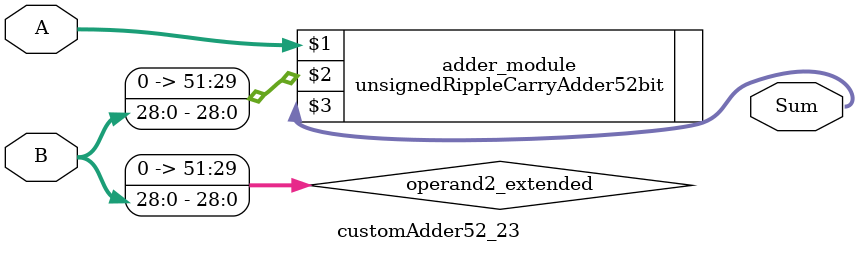
<source format=v>
module customAdder52_23(
                        input [51 : 0] A,
                        input [28 : 0] B,
                        
                        output [52 : 0] Sum
                );

        wire [51 : 0] operand2_extended;
        
        assign operand2_extended =  {23'b0, B};
        
        unsignedRippleCarryAdder52bit adder_module(
            A,
            operand2_extended,
            Sum
        );
        
        endmodule
        
</source>
